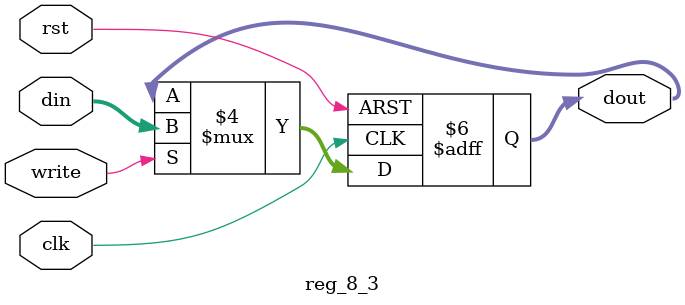
<source format=v>
module reg_8_3(clk,rst,write,din,dout);

output [7:0] dout;
input  clk,rst,write;
input  [7:0] din;

reg [7:0] dout;

always @ (posedge clk or negedge rst)
	begin
		if(!rst)
			dout  <= 8'ha8;
		else 
		  if(write)
					 dout<=din;
		  else 
					 dout<=dout;
	end

endmodule
</source>
